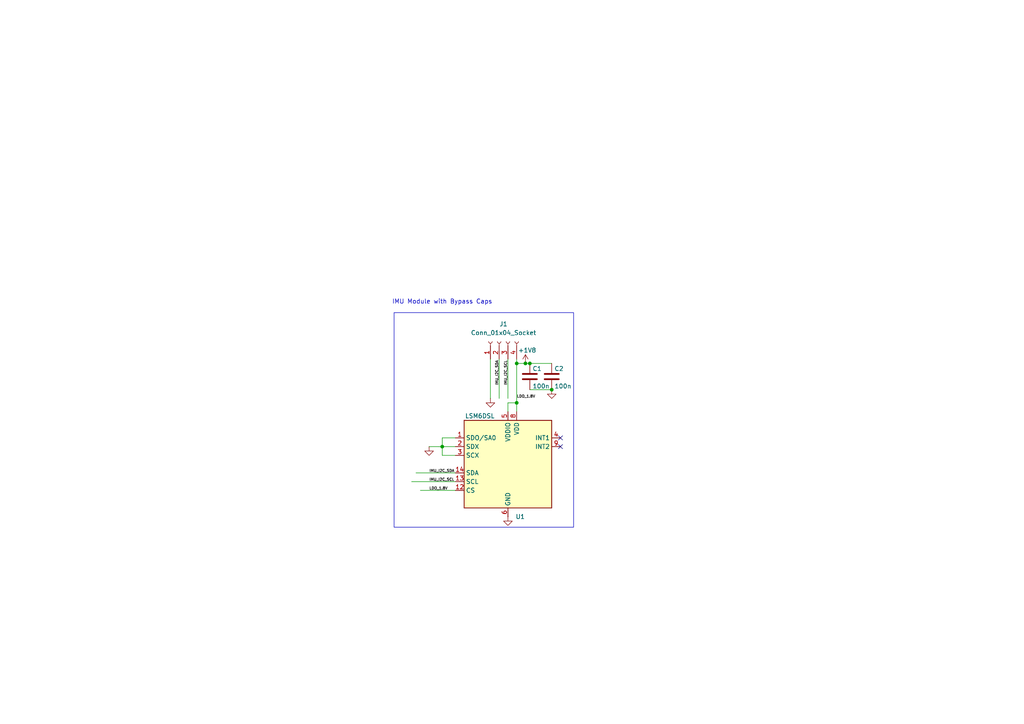
<source format=kicad_sch>
(kicad_sch (version 20231120) (generator "eeschema") (generator_version "8.0")
  (paper "A4")
  (lib_symbols
    (symbol "Connector:Conn_01x04_Socket" (pin_names (offset 1.016) hide)
      (property "Reference" "J" (at 0 5.08 0))
      (property "Value" "Conn_01x04_Socket" (at 0 -7.62 0))
      (symbol "Conn_01x04_Socket_1_1"
        (arc (start 0 -4.572) (mid -0.5058 -5.08) (end 0 -5.588) (stroke (width 0.1524)))
        (arc (start 0 -2.032) (mid -0.5058 -2.54) (end 0 -3.048) (stroke (width 0.1524)))
        (polyline (pts (xy -1.27 -5.08) (xy -0.508 -5.08)) (stroke (width 0.1524)))
        (polyline (pts (xy -1.27 -2.54) (xy -0.508 -2.54)) (stroke (width 0.1524)))
        (polyline (pts (xy -1.27 0) (xy -0.508 0)) (stroke (width 0.1524)))
        (polyline (pts (xy -1.27 2.54) (xy -0.508 2.54)) (stroke (width 0.1524)))
        (arc (start 0 0.508) (mid -0.5058 0) (end 0 -0.508) (stroke (width 0.1524)))
        (arc (start 0 3.048) (mid -0.5058 2.54) (end 0 2.032) (stroke (width 0.1524)))
        (pin passive line (at -5.08 2.54 0) (length 3.81) (name "Pin_1") (number "1"))
        (pin passive line (at -5.08 0 0) (length 3.81) (name "Pin_2") (number "2"))
        (pin passive line (at -5.08 -2.54 0) (length 3.81) (name "Pin_3") (number "3"))
        (pin passive line (at -5.08 -5.08 0) (length 3.81) (name "Pin_4") (number "4"))
      )
    )
    (symbol "Device:C" (pin_numbers hide) (pin_names (offset 0.254))
      (property "Reference" "C" (at 0.635 2.54 0))
      (property "Value" "C" (at 0.635 -2.54 0))
      (symbol "C_0_1"
        (polyline (pts (xy -2.032 -0.762) (xy 2.032 -0.762)) (stroke (width 0.508)))
        (polyline (pts (xy -2.032 0.762) (xy 2.032 0.762)) (stroke (width 0.508)))
      )
      (symbol "C_1_1"
        (pin passive line (at 0 3.81 270) (length 2.794) (name "~") (number "1"))
        (pin passive line (at 0 -3.81 90) (length 2.794) (name "~") (number "2"))
      )
    )
    (symbol "Sensor_Motion:LSM6DSL"
      (property "Reference" "U" (at -11.43 15.24 0))
      (property "Value" "LSM6DSL" (at -11.43 12.7 0))
      (symbol "LSM6DSL_0_1"
        (rectangle (start -12.7 12.7) (end 12.7 -12.7) (stroke (width 0.254)) (fill (type background)))
      )
      (symbol "LSM6DSL_1_1"
        (pin bidirectional line (at -15.24 7.62 0) (length 2.54) (name "SDO/SA0") (number "1"))
        (pin no_connect line (at 12.7 -5.08 180) (length 3.81) hide (name "NC") (number "10"))
        (pin no_connect line (at 12.7 -2.54 180) (length 3.81) hide (name "NC") (number "11"))
        (pin input line (at -15.24 -7.62 0) (length 2.54) (name "CS") (number "12"))
        (pin input line (at -15.24 -5.08 0) (length 2.54) (name "SCL") (number "13"))
        (pin bidirectional line (at -15.24 -2.54 0) (length 2.54) (name "SDA") (number "14"))
        (pin bidirectional line (at -15.24 5.08 0) (length 2.54) (name "SDX") (number "2"))
        (pin input line (at -15.24 2.54 0) (length 2.54) (name "SCX") (number "3"))
        (pin output line (at 15.24 7.62 180) (length 2.54) (name "INT1") (number "4"))
        (pin power_in line (at 0 15.24 270) (length 2.54) (name "VDDIO") (number "5"))
        (pin power_in line (at 0 -15.24 90) (length 2.54) (name "GND") (number "6"))
        (pin passive line (at 0 -15.24 90) (length 2.54) hide (name "GND") (number "7"))
        (pin power_in line (at 2.54 15.24 270) (length 2.54) (name "VDD") (number "8"))
        (pin output line (at 15.24 5.08 180) (length 2.54) (name "INT2") (number "9"))
      )
    )
    (symbol "power:+1V8" (power) (pin_numbers hide) (pin_names (offset 0) hide)
      (property "Value" "+1V8" (at 0 3.556 0))
      (symbol "+1V8_0_1"
        (polyline (pts (xy -0.762 1.27) (xy 0 2.54)))
        (polyline (pts (xy 0 0) (xy 0 2.54)))
        (polyline (pts (xy 0 2.54) (xy 0.762 1.27)))
      )
      (symbol "+1V8_1_1"
        (pin power_in line (at 0 0 90) (length 0) (name "~") (number "1"))
      )
    )
    (symbol "power:GND" (power) (pin_numbers hide) (pin_names (offset 0) hide)
      (property "Value" "GND" (at 0 -3.81 0))
      (symbol "GND_0_1"
        (polyline (pts (xy 0 0) (xy 0 -1.27) (xy 1.27 -1.27) (xy 0 -2.54) (xy -1.27 -1.27) (xy 0 -1.27)))
      )
      (symbol "GND_1_1"
        (pin power_in line (at 0 0 270) (length 0) (name "~") (number "1"))
      )
    )
  )
  (junction (at 153.67 105.41))
  (junction (at 128.27 129.54))
  (junction (at 160.02 113.03))
  (junction (at 149.86 116.84))
  (junction (at 149.86 105.41))
  (junction (at 152.4 105.41))
  (no_connect (at 162.56 127))
  (no_connect (at 162.56 129.54))
  (wire (pts (xy 124.46 129.54) (xy 128.27 129.54)))
  (wire (pts (xy 147.32 104.14) (xy 147.32 115.57)))
  (wire (pts (xy 149.86 116.84) (xy 149.86 119.38)))
  (wire (pts (xy 149.86 105.41) (xy 152.4 105.41)))
  (wire (pts (xy 147.32 116.84) (xy 147.32 119.38)))
  (wire (pts (xy 121.92 142.24) (xy 132.08 142.24)))
  (wire (pts (xy 153.67 113.03) (xy 160.02 113.03)))
  (wire (pts (xy 128.27 127) (xy 128.27 129.54)))
  (wire (pts (xy 149.86 105.41) (xy 149.86 116.84)))
  (wire (pts (xy 128.27 132.08) (xy 128.27 129.54)))
  (wire (pts (xy 119.38 139.7) (xy 132.08 139.7)))
  (wire (pts (xy 149.86 104.14) (xy 149.86 105.41)))
  (wire (pts (xy 153.67 105.41) (xy 160.02 105.41)))
  (wire (pts (xy 120.65 137.16) (xy 132.08 137.16)))
  (wire (pts (xy 142.24 104.14) (xy 142.24 115.57)))
  (wire (pts (xy 149.86 116.84) (xy 147.32 116.84)))
  (wire (pts (xy 152.4 105.41) (xy 153.67 105.41)))
  (wire (pts (xy 144.78 104.14) (xy 144.78 115.57)))
  (wire (pts (xy 128.27 129.54) (xy 132.08 129.54)))
  (wire (pts (xy 132.08 132.08) (xy 128.27 132.08)))
  (wire (pts (xy 132.08 127) (xy 128.27 127)))
  (rectangle (start 114.3 90.678) (end 166.37 152.908))
  (text "IMU Module with Bypass Caps" (at 128.27 87.63 0) (effects (font (size 1.27 1.27))))
  (label "LDO_1.8V" (at 124.46 142.24 0) (effects (font (size 0.762 0.762))))
  (label "IMU_I2C_SDA" (at 144.78 111.76 90) (effects (font (size 0.762 0.762))))
  (label "IMU_I2C_SCL" (at 147.32 111.76 90) (effects (font (size 0.762 0.762))))
  (label "LDO_1.8V" (at 149.86 115.57 0) (effects (font (size 0.762 0.762))))
  (label "IMU_I2C_SCL" (at 124.46 139.7 0) (effects (font (size 0.762 0.762))))
  (label "IMU_I2C_SDA" (at 124.46 137.16 0) (effects (font (size 0.762 0.762))))
  (symbol (lib_id "power:GND") (at 124.46 129.54 0) (unit 1)
    (property "Reference" "#PWR01" (effects (hide yes)))
    (property "Value" "GND" (effects (hide yes)))
    (property "Description" "Power symbol creates a global label with name \"GND\" , ground" (effects (hide yes)))
  )
  (symbol (lib_id "power:GND") (at 160.02 113.03 0) (unit 1)
    (property "Reference" "#PWR03" (effects (hide yes)))
    (property "Value" "GND" (effects (hide yes)))
    (property "Description" "Power symbol creates a global label with name \"GND\" , ground" (effects (hide yes)))
  )
  (symbol (lib_id "power:GND") (at 147.32 149.86 0) (unit 1)
    (property "Reference" "#PWR02" (effects (hide yes)))
    (property "Value" "GND" (effects (hide yes)))
    (property "Description" "Power symbol creates a global label with name \"GND\" , ground" (effects (hide yes)))
  )
  (symbol (lib_id "Device:C") (at 160.02 109.22 0) (unit 1)
    (property "Reference" "C2" (at 160.782 106.934 0) (effects (justify left)))
    (property "Value" "100n" (at 160.782 112.014 0) (effects (justify left)))
    (property "Footprint" "Capacitor_SMD:C_0805_2012Metric" (effects (hide yes)))
    (property "Description" "Unpolarized capacitor" (effects (hide yes)))
  )
  (symbol (lib_id "Connector:Conn_01x04_Socket") (at 144.78 99.06 90) (unit 1)
    (property "Reference" "J1" (at 146.05 93.98 90))
    (property "Value" "Conn_01x04_Socket" (at 146.05 96.52 90))
    (property "Footprint" "Connector_Molex:Molex_Nano-Fit_105309-xx04_1x04_P2.50mm_Vertical" (effects (hide yes)))
    (property "Description" "Generic connector, single row, 01x04, script generated" (effects (hide yes)))
  )
  (symbol (lib_id "Device:C") (at 153.67 109.22 0) (unit 1)
    (property "Reference" "C1" (at 154.432 106.934 0) (effects (justify left)))
    (property "Value" "100n" (at 154.432 112.014 0) (effects (justify left)))
    (property "Footprint" "Capacitor_SMD:C_0805_2012Metric" (effects (hide yes)))
    (property "Description" "Unpolarized capacitor" (effects (hide yes)))
  )
  (symbol (lib_id "power:+1V8") (at 152.4 105.41 0) (unit 1)
    (property "Reference" "#PWR04" (effects (hide yes)))
    (property "Value" "+1V8" (at 152.908 101.6 0))
    (property "Description" "Power symbol creates a global label with name \"+1V8\"" (effects (hide yes)))
  )
  (symbol (lib_id "Sensor_Motion:LSM6DSL") (at 147.32 134.62 0) (unit 1)
    (property "Reference" "U1" (at 149.5141 149.86 0) (effects (justify left)))
    (property "Value" "LSM6DSL" (at 134.874 120.65 0) (effects (justify left)))
    (property "Footprint" "Package_LGA:LGA-14_3x2.5mm_P0.5mm_LayoutBorder3x4y" (effects (hide yes)))
    (property "Datasheet" "https://www.st.com/resource/en/datasheet/lsm6dsl.pdf" (effects (hide yes)))
    (property "Description" "I2C/SPI, iNEMO inertial module: always-on 3D accelerometer and 3D gyroscope, 1.71V to 3.6V VCC" (effects (hide yes)))
  )
  (symbol (lib_id "power:GND") (at 142.24 115.57 0) (unit 1)
    (property "Reference" "#PWR05" (effects (hide yes)))
    (property "Value" "GND" (effects (hide yes)))
    (property "Description" "Power symbol creates a global label with name \"GND\" , ground" (effects (hide yes)))
  )
)
</source>
